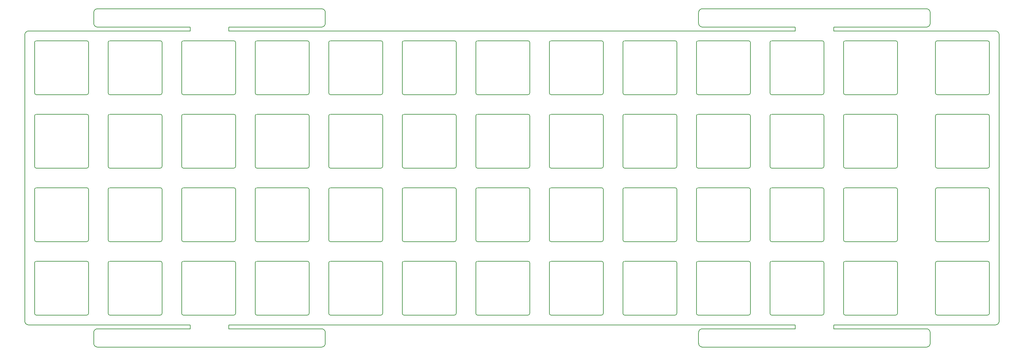
<source format=gbr>
%TF.GenerationSoftware,KiCad,Pcbnew,7.0.1-0*%
%TF.CreationDate,2023-03-31T09:51:36-05:00*%
%TF.ProjectId,plate,706c6174-652e-46b6-9963-61645f706362,rev?*%
%TF.SameCoordinates,Original*%
%TF.FileFunction,Profile,NP*%
%FSLAX46Y46*%
G04 Gerber Fmt 4.6, Leading zero omitted, Abs format (unit mm)*
G04 Created by KiCad (PCBNEW 7.0.1-0) date 2023-03-31 09:51:36*
%MOMM*%
%LPD*%
G01*
G04 APERTURE LIST*
%TA.AperFunction,Profile*%
%ADD10C,0.200000*%
%TD*%
G04 APERTURE END LIST*
D10*
X138325000Y-99750000D02*
X151325000Y-99750000D01*
X151325000Y-99750000D02*
G75*
G03*
X151825000Y-99250000I-1J500001D01*
G01*
X151825000Y-99250000D02*
X151825000Y-86250000D01*
X151825000Y-86250000D02*
G75*
G03*
X151325000Y-85750000I-500001J-1D01*
G01*
X151325000Y-85750000D02*
X138325000Y-85750000D01*
X138325000Y-85750000D02*
G75*
G03*
X137825000Y-86250000I1J-500001D01*
G01*
X137825000Y-86250000D02*
X137825000Y-99250000D01*
X137825000Y-99250000D02*
G75*
G03*
X138325000Y-99750000I500001J1D01*
G01*
X119275000Y-66700000D02*
G75*
G03*
X118775000Y-67200000I1J-500001D01*
G01*
X119275000Y-66700000D02*
X132275000Y-66700000D01*
X132775000Y-67200000D02*
G75*
G03*
X132275000Y-66700000I-500001J-1D01*
G01*
X132775000Y-67200000D02*
X132775000Y-80200000D01*
X132275000Y-80700000D02*
G75*
G03*
X132775000Y-80200000I-1J500001D01*
G01*
X132275000Y-80700000D02*
X119275000Y-80700000D01*
X118775000Y-80200000D02*
G75*
G03*
X119275000Y-80700000I500001J1D01*
G01*
X118775000Y-80200000D02*
X118775000Y-67200000D01*
X81175000Y-118800000D02*
X94175000Y-118800000D01*
X94175000Y-118800000D02*
G75*
G03*
X94675000Y-118300000I-1J500001D01*
G01*
X94675000Y-118300000D02*
X94675000Y-105300000D01*
X94675000Y-105300000D02*
G75*
G03*
X94175000Y-104800000I-500001J-1D01*
G01*
X94175000Y-104800000D02*
X81175000Y-104800000D01*
X81175000Y-104800000D02*
G75*
G03*
X80675000Y-105300000I1J-500001D01*
G01*
X80675000Y-105300000D02*
X80675000Y-118300000D01*
X80675000Y-118300000D02*
G75*
G03*
X81175000Y-118800000I500001J1D01*
G01*
X56575000Y-99250000D02*
X56575000Y-86250000D01*
X56575000Y-86250000D02*
G75*
G03*
X56075000Y-85750000I-500001J-1D01*
G01*
X56075000Y-85750000D02*
X43075000Y-85750000D01*
X43075000Y-85750000D02*
G75*
G03*
X42575000Y-86250000I1J-500001D01*
G01*
X42575000Y-86250000D02*
X42575000Y-99250000D01*
X42575000Y-99250000D02*
G75*
G03*
X43075000Y-99750000I500001J1D01*
G01*
X43075000Y-99750000D02*
X56075000Y-99750000D01*
X56075000Y-99750000D02*
G75*
G03*
X56575000Y-99250000I-1J500001D01*
G01*
X170875000Y-80200000D02*
X170875000Y-67200000D01*
X170875000Y-67200000D02*
G75*
G03*
X170375000Y-66700000I-500001J-1D01*
G01*
X170375000Y-66700000D02*
X157375000Y-66700000D01*
X157375000Y-66700000D02*
G75*
G03*
X156875000Y-67200000I1J-500001D01*
G01*
X156875000Y-67200000D02*
X156875000Y-80200000D01*
X156875000Y-80200000D02*
G75*
G03*
X157375000Y-80700000I500001J1D01*
G01*
X157375000Y-80700000D02*
X170375000Y-80700000D01*
X170375000Y-80700000D02*
G75*
G03*
X170875000Y-80200000I-1J500001D01*
G01*
X62125000Y-85750000D02*
G75*
G03*
X61625000Y-86250000I1J-500001D01*
G01*
X62125000Y-85750000D02*
X75125000Y-85750000D01*
X75625000Y-86250000D02*
G75*
G03*
X75125000Y-85750000I-500001J-1D01*
G01*
X75625000Y-86250000D02*
X75625000Y-99250000D01*
X75125000Y-99750000D02*
G75*
G03*
X75625000Y-99250000I-1J500001D01*
G01*
X75125000Y-99750000D02*
X62125000Y-99750000D01*
X61625000Y-99250000D02*
G75*
G03*
X62125000Y-99750000I500001J1D01*
G01*
X61625000Y-99250000D02*
X61625000Y-86250000D01*
X43075000Y-61650000D02*
X56075000Y-61650000D01*
X56075000Y-61650000D02*
G75*
G03*
X56575000Y-61150000I-1J500001D01*
G01*
X56575000Y-61150000D02*
X56575000Y-48150000D01*
X56575000Y-48150000D02*
G75*
G03*
X56075000Y-47650000I-500001J-1D01*
G01*
X56075000Y-47650000D02*
X43075000Y-47650000D01*
X43075000Y-47650000D02*
G75*
G03*
X42575000Y-48150000I1J-500001D01*
G01*
X42575000Y-48150000D02*
X42575000Y-61150000D01*
X42575000Y-61150000D02*
G75*
G03*
X43075000Y-61650000I500001J1D01*
G01*
X100225000Y-118800000D02*
X113225000Y-118800000D01*
X113225000Y-118800000D02*
G75*
G03*
X113725000Y-118300000I-1J500001D01*
G01*
X113725000Y-118300000D02*
X113725000Y-105300000D01*
X113725000Y-105300000D02*
G75*
G03*
X113225000Y-104800000I-500001J-1D01*
G01*
X113225000Y-104800000D02*
X100225000Y-104800000D01*
X100225000Y-104800000D02*
G75*
G03*
X99725000Y-105300000I1J-500001D01*
G01*
X99725000Y-105300000D02*
X99725000Y-118300000D01*
X99725000Y-118300000D02*
G75*
G03*
X100225000Y-118800000I500001J1D01*
G01*
X119275000Y-99750000D02*
X132275000Y-99750000D01*
X132275000Y-99750000D02*
G75*
G03*
X132775000Y-99250000I-1J500001D01*
G01*
X132775000Y-99250000D02*
X132775000Y-86250000D01*
X132775000Y-86250000D02*
G75*
G03*
X132275000Y-85750000I-500001J-1D01*
G01*
X132275000Y-85750000D02*
X119275000Y-85750000D01*
X119275000Y-85750000D02*
G75*
G03*
X118775000Y-86250000I1J-500001D01*
G01*
X118775000Y-86250000D02*
X118775000Y-99250000D01*
X118775000Y-99250000D02*
G75*
G03*
X119275000Y-99750000I500001J1D01*
G01*
X214525000Y-80700000D02*
X227525000Y-80700000D01*
X227525000Y-80700000D02*
G75*
G03*
X228025000Y-80200000I-1J500001D01*
G01*
X228025000Y-80200000D02*
X228025000Y-67200000D01*
X228025000Y-67200000D02*
G75*
G03*
X227525000Y-66700000I-500001J-1D01*
G01*
X227525000Y-66700000D02*
X214525000Y-66700000D01*
X214525000Y-66700000D02*
G75*
G03*
X214025000Y-67200000I1J-500001D01*
G01*
X214025000Y-67200000D02*
X214025000Y-80200000D01*
X214025000Y-80200000D02*
G75*
G03*
X214525000Y-80700000I500001J1D01*
G01*
X75625000Y-118300000D02*
X75625000Y-105300000D01*
X75625000Y-105300000D02*
G75*
G03*
X75125000Y-104800000I-500001J-1D01*
G01*
X75125000Y-104800000D02*
X62125000Y-104800000D01*
X62125000Y-104800000D02*
G75*
G03*
X61625000Y-105300000I1J-500001D01*
G01*
X61625000Y-105300000D02*
X61625000Y-118300000D01*
X61625000Y-118300000D02*
G75*
G03*
X62125000Y-118800000I500001J1D01*
G01*
X62125000Y-118800000D02*
X75125000Y-118800000D01*
X75125000Y-118800000D02*
G75*
G03*
X75625000Y-118300000I-1J500001D01*
G01*
X157375000Y-118800000D02*
X170375000Y-118800000D01*
X170375000Y-118800000D02*
G75*
G03*
X170875000Y-118300000I-1J500001D01*
G01*
X170875000Y-118300000D02*
X170875000Y-105300000D01*
X170875000Y-105300000D02*
G75*
G03*
X170375000Y-104800000I-500001J-1D01*
G01*
X170375000Y-104800000D02*
X157375000Y-104800000D01*
X157375000Y-104800000D02*
G75*
G03*
X156875000Y-105300000I1J-500001D01*
G01*
X156875000Y-105300000D02*
X156875000Y-118300000D01*
X156875000Y-118300000D02*
G75*
G03*
X157375000Y-118800000I500001J1D01*
G01*
X119275000Y-118800000D02*
X132275000Y-118800000D01*
X132275000Y-118800000D02*
G75*
G03*
X132775000Y-118300000I-1J500001D01*
G01*
X132775000Y-118300000D02*
X132775000Y-105300000D01*
X132775000Y-105300000D02*
G75*
G03*
X132275000Y-104800000I-500001J-1D01*
G01*
X132275000Y-104800000D02*
X119275000Y-104800000D01*
X119275000Y-104800000D02*
G75*
G03*
X118775000Y-105300000I1J-500001D01*
G01*
X118775000Y-105300000D02*
X118775000Y-118300000D01*
X118775000Y-118300000D02*
G75*
G03*
X119275000Y-118800000I500001J1D01*
G01*
X257387500Y-99750000D02*
X270387500Y-99750000D01*
X270387500Y-99750000D02*
G75*
G03*
X270887500Y-99250000I-1J500001D01*
G01*
X270887500Y-99250000D02*
X270887500Y-86250000D01*
X270887500Y-86250000D02*
G75*
G03*
X270387500Y-85750000I-500001J-1D01*
G01*
X270387500Y-85750000D02*
X257387500Y-85750000D01*
X257387500Y-85750000D02*
G75*
G03*
X256887500Y-86250000I1J-500001D01*
G01*
X256887500Y-86250000D02*
X256887500Y-99250000D01*
X256887500Y-99250000D02*
G75*
G03*
X257387500Y-99750000I500001J1D01*
G01*
X233575000Y-99750000D02*
X246575000Y-99750000D01*
X246575000Y-99750000D02*
G75*
G03*
X247075000Y-99250000I-1J500001D01*
G01*
X247075000Y-99250000D02*
X247075000Y-86250000D01*
X247075000Y-86250000D02*
G75*
G03*
X246575000Y-85750000I-500001J-1D01*
G01*
X246575000Y-85750000D02*
X233575000Y-85750000D01*
X233575000Y-85750000D02*
G75*
G03*
X233075000Y-86250000I1J-500001D01*
G01*
X233075000Y-86250000D02*
X233075000Y-99250000D01*
X233075000Y-99250000D02*
G75*
G03*
X233575000Y-99750000I500001J1D01*
G01*
X195475000Y-61650000D02*
X208475000Y-61650000D01*
X208475000Y-61650000D02*
G75*
G03*
X208975000Y-61150000I-1J500001D01*
G01*
X208975000Y-61150000D02*
X208975000Y-48150000D01*
X208975000Y-48150000D02*
G75*
G03*
X208475000Y-47650000I-500001J-1D01*
G01*
X208475000Y-47650000D02*
X195475000Y-47650000D01*
X195475000Y-47650000D02*
G75*
G03*
X194975000Y-48150000I1J-500001D01*
G01*
X194975000Y-48150000D02*
X194975000Y-61150000D01*
X194975000Y-61150000D02*
G75*
G03*
X195475000Y-61650000I500001J1D01*
G01*
X214525000Y-61650000D02*
X227525000Y-61650000D01*
X227525000Y-61650000D02*
G75*
G03*
X228025000Y-61150000I-1J500001D01*
G01*
X228025000Y-61150000D02*
X228025000Y-48150000D01*
X228025000Y-48150000D02*
G75*
G03*
X227525000Y-47650000I-500001J-1D01*
G01*
X227525000Y-47650000D02*
X214525000Y-47650000D01*
X214525000Y-47650000D02*
G75*
G03*
X214025000Y-48150000I1J-500001D01*
G01*
X214025000Y-48150000D02*
X214025000Y-61150000D01*
X214025000Y-61150000D02*
G75*
G03*
X214525000Y-61650000I500001J1D01*
G01*
X257387500Y-61650000D02*
X270387500Y-61650000D01*
X270387500Y-61650000D02*
G75*
G03*
X270887500Y-61150000I-1J500001D01*
G01*
X270887500Y-61150000D02*
X270887500Y-48150000D01*
X270887500Y-48150000D02*
G75*
G03*
X270387500Y-47650000I-500001J-1D01*
G01*
X270387500Y-47650000D02*
X257387500Y-47650000D01*
X257387500Y-47650000D02*
G75*
G03*
X256887500Y-48150000I1J-500001D01*
G01*
X256887500Y-48150000D02*
X256887500Y-61150000D01*
X256887500Y-61150000D02*
G75*
G03*
X257387500Y-61650000I500001J1D01*
G01*
X176425000Y-61650000D02*
X189425000Y-61650000D01*
X189425000Y-61650000D02*
G75*
G03*
X189925000Y-61150000I-1J500001D01*
G01*
X189925000Y-61150000D02*
X189925000Y-48150000D01*
X189925000Y-48150000D02*
G75*
G03*
X189425000Y-47650000I-500001J-1D01*
G01*
X189425000Y-47650000D02*
X176425000Y-47650000D01*
X176425000Y-47650000D02*
G75*
G03*
X175925000Y-48150000I1J-500001D01*
G01*
X175925000Y-48150000D02*
X175925000Y-61150000D01*
X175925000Y-61150000D02*
G75*
G03*
X176425000Y-61650000I500001J1D01*
G01*
X176425000Y-80700000D02*
X189425000Y-80700000D01*
X189425000Y-80700000D02*
G75*
G03*
X189925000Y-80200000I-1J500001D01*
G01*
X189925000Y-80200000D02*
X189925000Y-67200000D01*
X189925000Y-67200000D02*
G75*
G03*
X189425000Y-66700000I-500001J-1D01*
G01*
X189425000Y-66700000D02*
X176425000Y-66700000D01*
X176425000Y-66700000D02*
G75*
G03*
X175925000Y-67200000I1J-500001D01*
G01*
X175925000Y-67200000D02*
X175925000Y-80200000D01*
X175925000Y-80200000D02*
G75*
G03*
X176425000Y-80700000I500001J1D01*
G01*
X138325000Y-118800000D02*
X151325000Y-118800000D01*
X151325000Y-118800000D02*
G75*
G03*
X151825000Y-118300000I-1J500001D01*
G01*
X151825000Y-118300000D02*
X151825000Y-105300000D01*
X151825000Y-105300000D02*
G75*
G03*
X151325000Y-104800000I-500001J-1D01*
G01*
X151325000Y-104800000D02*
X138325000Y-104800000D01*
X138325000Y-104800000D02*
G75*
G03*
X137825000Y-105300000I1J-500001D01*
G01*
X137825000Y-105300000D02*
X137825000Y-118300000D01*
X137825000Y-118300000D02*
G75*
G03*
X138325000Y-118800000I500001J1D01*
G01*
X176425000Y-118800000D02*
X189425000Y-118800000D01*
X189425000Y-118800000D02*
G75*
G03*
X189925000Y-118300000I-1J500001D01*
G01*
X189925000Y-118300000D02*
X189925000Y-105300000D01*
X189925000Y-105300000D02*
G75*
G03*
X189425000Y-104800000I-500001J-1D01*
G01*
X189425000Y-104800000D02*
X176425000Y-104800000D01*
X176425000Y-104800000D02*
G75*
G03*
X175925000Y-105300000I1J-500001D01*
G01*
X175925000Y-105300000D02*
X175925000Y-118300000D01*
X175925000Y-118300000D02*
G75*
G03*
X176425000Y-118800000I500001J1D01*
G01*
X233575000Y-61650000D02*
X246575000Y-61650000D01*
X246575000Y-61650000D02*
G75*
G03*
X247075000Y-61150000I-1J500001D01*
G01*
X247075000Y-61150000D02*
X247075000Y-48150000D01*
X247075000Y-48150000D02*
G75*
G03*
X246575000Y-47650000I-500001J-1D01*
G01*
X246575000Y-47650000D02*
X233575000Y-47650000D01*
X233575000Y-47650000D02*
G75*
G03*
X233075000Y-48150000I1J-500001D01*
G01*
X233075000Y-48150000D02*
X233075000Y-61150000D01*
X233075000Y-61150000D02*
G75*
G03*
X233575000Y-61650000I500001J1D01*
G01*
X214525000Y-99750000D02*
X227525000Y-99750000D01*
X227525000Y-99750000D02*
G75*
G03*
X228025000Y-99250000I-1J500001D01*
G01*
X228025000Y-99250000D02*
X228025000Y-86250000D01*
X228025000Y-86250000D02*
G75*
G03*
X227525000Y-85750000I-500001J-1D01*
G01*
X227525000Y-85750000D02*
X214525000Y-85750000D01*
X214525000Y-85750000D02*
G75*
G03*
X214025000Y-86250000I1J-500001D01*
G01*
X214025000Y-86250000D02*
X214025000Y-99250000D01*
X214025000Y-99250000D02*
G75*
G03*
X214525000Y-99750000I500001J1D01*
G01*
X157375000Y-85750000D02*
G75*
G03*
X156875000Y-86250000I1J-500001D01*
G01*
X157375000Y-85750000D02*
X170375000Y-85750000D01*
X170875000Y-86250000D02*
G75*
G03*
X170375000Y-85750000I-500001J-1D01*
G01*
X170875000Y-86250000D02*
X170875000Y-99250000D01*
X170375000Y-99750000D02*
G75*
G03*
X170875000Y-99250000I-1J500001D01*
G01*
X170375000Y-99750000D02*
X157375000Y-99750000D01*
X156875000Y-99250000D02*
G75*
G03*
X157375000Y-99750000I500001J1D01*
G01*
X156875000Y-99250000D02*
X156875000Y-86250000D01*
X24025000Y-118800000D02*
X37025000Y-118800000D01*
X37025000Y-118800000D02*
G75*
G03*
X37525000Y-118300000I-1J500001D01*
G01*
X37525000Y-118300000D02*
X37525000Y-105300000D01*
X37525000Y-105300000D02*
G75*
G03*
X37025000Y-104800000I-500001J-1D01*
G01*
X37025000Y-104800000D02*
X24025000Y-104800000D01*
X24025000Y-104800000D02*
G75*
G03*
X23525000Y-105300000I1J-500001D01*
G01*
X23525000Y-105300000D02*
X23525000Y-118300000D01*
X23525000Y-118300000D02*
G75*
G03*
X24025000Y-118800000I500001J1D01*
G01*
X233575000Y-118800000D02*
X246575000Y-118800000D01*
X246575000Y-118800000D02*
G75*
G03*
X247075000Y-118300000I-1J500001D01*
G01*
X247075000Y-118300000D02*
X247075000Y-105300000D01*
X247075000Y-105300000D02*
G75*
G03*
X246575000Y-104800000I-500001J-1D01*
G01*
X246575000Y-104800000D02*
X233575000Y-104800000D01*
X233575000Y-104800000D02*
G75*
G03*
X233075000Y-105300000I1J-500001D01*
G01*
X233075000Y-105300000D02*
X233075000Y-118300000D01*
X233075000Y-118300000D02*
G75*
G03*
X233575000Y-118800000I500001J1D01*
G01*
X195475000Y-99750000D02*
X208475000Y-99750000D01*
X208475000Y-99750000D02*
G75*
G03*
X208975000Y-99250000I-1J500001D01*
G01*
X208975000Y-99250000D02*
X208975000Y-86250000D01*
X208975000Y-86250000D02*
G75*
G03*
X208475000Y-85750000I-500001J-1D01*
G01*
X208475000Y-85750000D02*
X195475000Y-85750000D01*
X195475000Y-85750000D02*
G75*
G03*
X194975000Y-86250000I1J-500001D01*
G01*
X194975000Y-86250000D02*
X194975000Y-99250000D01*
X194975000Y-99250000D02*
G75*
G03*
X195475000Y-99750000I500001J1D01*
G01*
X257387500Y-80700000D02*
X270387500Y-80700000D01*
X270387500Y-80700000D02*
G75*
G03*
X270887500Y-80200000I-1J500001D01*
G01*
X270887500Y-80200000D02*
X270887500Y-67200000D01*
X270887500Y-67200000D02*
G75*
G03*
X270387500Y-66700000I-500001J-1D01*
G01*
X270387500Y-66700000D02*
X257387500Y-66700000D01*
X257387500Y-66700000D02*
G75*
G03*
X256887500Y-67200000I1J-500001D01*
G01*
X256887500Y-67200000D02*
X256887500Y-80200000D01*
X256887500Y-80200000D02*
G75*
G03*
X257387500Y-80700000I500001J1D01*
G01*
X81175000Y-80700000D02*
X94175000Y-80700000D01*
X94175000Y-80700000D02*
G75*
G03*
X94675000Y-80200000I-1J500001D01*
G01*
X94675000Y-80200000D02*
X94675000Y-67200000D01*
X94675000Y-67200000D02*
G75*
G03*
X94175000Y-66700000I-500001J-1D01*
G01*
X94175000Y-66700000D02*
X81175000Y-66700000D01*
X81175000Y-66700000D02*
G75*
G03*
X80675000Y-67200000I1J-500001D01*
G01*
X80675000Y-67200000D02*
X80675000Y-80200000D01*
X80675000Y-80200000D02*
G75*
G03*
X81175000Y-80700000I500001J1D01*
G01*
X100225000Y-80700000D02*
X113225000Y-80700000D01*
X113225000Y-80700000D02*
G75*
G03*
X113725000Y-80200000I-1J500001D01*
G01*
X113725000Y-80200000D02*
X113725000Y-67200000D01*
X113725000Y-67200000D02*
G75*
G03*
X113225000Y-66700000I-500001J-1D01*
G01*
X113225000Y-66700000D02*
X100225000Y-66700000D01*
X100225000Y-66700000D02*
G75*
G03*
X99725000Y-67200000I1J-500001D01*
G01*
X99725000Y-67200000D02*
X99725000Y-80200000D01*
X99725000Y-80200000D02*
G75*
G03*
X100225000Y-80700000I500001J1D01*
G01*
X24025000Y-99750000D02*
X37025000Y-99750000D01*
X37025000Y-99750000D02*
G75*
G03*
X37525000Y-99250000I-1J500001D01*
G01*
X37525000Y-99250000D02*
X37525000Y-86250000D01*
X37525000Y-86250000D02*
G75*
G03*
X37025000Y-85750000I-500001J-1D01*
G01*
X37025000Y-85750000D02*
X24025000Y-85750000D01*
X24025000Y-85750000D02*
G75*
G03*
X23525000Y-86250000I1J-500001D01*
G01*
X23525000Y-86250000D02*
X23525000Y-99250000D01*
X23525000Y-99250000D02*
G75*
G03*
X24025000Y-99750000I500001J1D01*
G01*
X233575000Y-80700000D02*
X246575000Y-80700000D01*
X246575000Y-80700000D02*
G75*
G03*
X247075000Y-80200000I-1J500001D01*
G01*
X247075000Y-80200000D02*
X247075000Y-67200000D01*
X247075000Y-67200000D02*
G75*
G03*
X246575000Y-66700000I-500001J-1D01*
G01*
X246575000Y-66700000D02*
X233575000Y-66700000D01*
X233575000Y-66700000D02*
G75*
G03*
X233075000Y-67200000I1J-500001D01*
G01*
X233075000Y-67200000D02*
X233075000Y-80200000D01*
X233075000Y-80200000D02*
G75*
G03*
X233575000Y-80700000I500001J1D01*
G01*
X195475000Y-118800000D02*
X208475000Y-118800000D01*
X208475000Y-118800000D02*
G75*
G03*
X208975000Y-118300000I-1J500001D01*
G01*
X208975000Y-118300000D02*
X208975000Y-105300000D01*
X208975000Y-105300000D02*
G75*
G03*
X208475000Y-104800000I-500001J-1D01*
G01*
X208475000Y-104800000D02*
X195475000Y-104800000D01*
X195475000Y-104800000D02*
G75*
G03*
X194975000Y-105300000I1J-500001D01*
G01*
X194975000Y-105300000D02*
X194975000Y-118300000D01*
X194975000Y-118300000D02*
G75*
G03*
X195475000Y-118800000I500001J1D01*
G01*
X208975000Y-80200000D02*
X208975000Y-67200000D01*
X208975000Y-67200000D02*
G75*
G03*
X208475000Y-66700000I-500001J-1D01*
G01*
X208475000Y-66700000D02*
X195475000Y-66700000D01*
X195475000Y-66700000D02*
G75*
G03*
X194975000Y-67200000I1J-500001D01*
G01*
X194975000Y-67200000D02*
X194975000Y-80200000D01*
X194975000Y-80200000D02*
G75*
G03*
X195475000Y-80700000I500001J1D01*
G01*
X195475000Y-80700000D02*
X208475000Y-80700000D01*
X208475000Y-80700000D02*
G75*
G03*
X208975000Y-80200000I-1J500001D01*
G01*
X81175000Y-99750000D02*
X94175000Y-99750000D01*
X94175000Y-99750000D02*
G75*
G03*
X94675000Y-99250000I-1J500001D01*
G01*
X94675000Y-99250000D02*
X94675000Y-86250000D01*
X94675000Y-86250000D02*
G75*
G03*
X94175000Y-85750000I-500001J-1D01*
G01*
X94175000Y-85750000D02*
X81175000Y-85750000D01*
X81175000Y-85750000D02*
G75*
G03*
X80675000Y-86250000I1J-500001D01*
G01*
X80675000Y-86250000D02*
X80675000Y-99250000D01*
X80675000Y-99250000D02*
G75*
G03*
X81175000Y-99750000I500001J1D01*
G01*
X138325000Y-61650000D02*
X151325000Y-61650000D01*
X151325000Y-61650000D02*
G75*
G03*
X151825000Y-61150000I-1J500001D01*
G01*
X151825000Y-61150000D02*
X151825000Y-48150000D01*
X151825000Y-48150000D02*
G75*
G03*
X151325000Y-47650000I-500001J-1D01*
G01*
X151325000Y-47650000D02*
X138325000Y-47650000D01*
X138325000Y-47650000D02*
G75*
G03*
X137825000Y-48150000I1J-500001D01*
G01*
X137825000Y-48150000D02*
X137825000Y-61150000D01*
X137825000Y-61150000D02*
G75*
G03*
X138325000Y-61650000I500001J1D01*
G01*
X24025000Y-66700000D02*
G75*
G03*
X23525000Y-67200000I1J-500001D01*
G01*
X24025000Y-66700000D02*
X37025000Y-66700000D01*
X37525000Y-67200000D02*
G75*
G03*
X37025000Y-66700000I-500001J-1D01*
G01*
X37525000Y-67200000D02*
X37525000Y-80200000D01*
X37025000Y-80700000D02*
G75*
G03*
X37525000Y-80200000I-1J500001D01*
G01*
X37025000Y-80700000D02*
X24025000Y-80700000D01*
X23525000Y-80200000D02*
G75*
G03*
X24025000Y-80700000I500001J1D01*
G01*
X23525000Y-80200000D02*
X23525000Y-67200000D01*
X62125000Y-61650000D02*
X75125000Y-61650000D01*
X75125000Y-61650000D02*
G75*
G03*
X75625000Y-61150000I-1J500001D01*
G01*
X75625000Y-61150000D02*
X75625000Y-48150000D01*
X75625000Y-48150000D02*
G75*
G03*
X75125000Y-47650000I-500001J-1D01*
G01*
X75125000Y-47650000D02*
X62125000Y-47650000D01*
X62125000Y-47650000D02*
G75*
G03*
X61625000Y-48150000I1J-500001D01*
G01*
X61625000Y-48150000D02*
X61625000Y-61150000D01*
X61625000Y-61150000D02*
G75*
G03*
X62125000Y-61650000I500001J1D01*
G01*
X119275000Y-61650000D02*
X132275000Y-61650000D01*
X132275000Y-61650000D02*
G75*
G03*
X132775000Y-61150000I-1J500001D01*
G01*
X132775000Y-61150000D02*
X132775000Y-48150000D01*
X132775000Y-48150000D02*
G75*
G03*
X132275000Y-47650000I-500001J-1D01*
G01*
X132275000Y-47650000D02*
X119275000Y-47650000D01*
X119275000Y-47650000D02*
G75*
G03*
X118775000Y-48150000I1J-500001D01*
G01*
X118775000Y-48150000D02*
X118775000Y-61150000D01*
X118775000Y-61150000D02*
G75*
G03*
X119275000Y-61650000I500001J1D01*
G01*
X24025000Y-47650000D02*
G75*
G03*
X23525000Y-48150000I1J-500001D01*
G01*
X24025000Y-47650000D02*
X37025000Y-47650000D01*
X37525000Y-48150000D02*
G75*
G03*
X37025000Y-47650000I-500001J-1D01*
G01*
X37525000Y-48150000D02*
X37525000Y-61150000D01*
X37025000Y-61650000D02*
G75*
G03*
X37525000Y-61150000I-1J500001D01*
G01*
X37025000Y-61650000D02*
X24025000Y-61650000D01*
X23525000Y-61150000D02*
G75*
G03*
X24025000Y-61650000I500001J1D01*
G01*
X23525000Y-61150000D02*
X23525000Y-48150000D01*
X157375000Y-47650000D02*
G75*
G03*
X156875000Y-48150000I1J-500001D01*
G01*
X157375000Y-47650000D02*
X170375000Y-47650000D01*
X170875000Y-48150000D02*
G75*
G03*
X170375000Y-47650000I-500001J-1D01*
G01*
X170875000Y-48150000D02*
X170875000Y-61150000D01*
X170375000Y-61650000D02*
G75*
G03*
X170875000Y-61150000I-1J500001D01*
G01*
X170375000Y-61650000D02*
X157375000Y-61650000D01*
X156875000Y-61150000D02*
G75*
G03*
X157375000Y-61650000I500001J1D01*
G01*
X156875000Y-61150000D02*
X156875000Y-48150000D01*
X43075000Y-80700000D02*
X56075000Y-80700000D01*
X56075000Y-80700000D02*
G75*
G03*
X56575000Y-80200000I-1J500001D01*
G01*
X56575000Y-80200000D02*
X56575000Y-67200000D01*
X56575000Y-67200000D02*
G75*
G03*
X56075000Y-66700000I-500001J-1D01*
G01*
X56075000Y-66700000D02*
X43075000Y-66700000D01*
X43075000Y-66700000D02*
G75*
G03*
X42575000Y-67200000I1J-500001D01*
G01*
X42575000Y-67200000D02*
X42575000Y-80200000D01*
X42575000Y-80200000D02*
G75*
G03*
X43075000Y-80700000I500001J1D01*
G01*
X100225000Y-61650000D02*
X113225000Y-61650000D01*
X113225000Y-61650000D02*
G75*
G03*
X113725000Y-61150000I-1J500001D01*
G01*
X113725000Y-61150000D02*
X113725000Y-48150000D01*
X113725000Y-48150000D02*
G75*
G03*
X113225000Y-47650000I-500001J-1D01*
G01*
X113225000Y-47650000D02*
X100225000Y-47650000D01*
X100225000Y-47650000D02*
G75*
G03*
X99725000Y-48150000I1J-500001D01*
G01*
X99725000Y-48150000D02*
X99725000Y-61150000D01*
X99725000Y-61150000D02*
G75*
G03*
X100225000Y-61650000I500001J1D01*
G01*
X81175000Y-61650000D02*
X94175000Y-61650000D01*
X94175000Y-61650000D02*
G75*
G03*
X94675000Y-61150000I-1J500001D01*
G01*
X94675000Y-61150000D02*
X94675000Y-48150000D01*
X94675000Y-48150000D02*
G75*
G03*
X94175000Y-47650000I-500001J-1D01*
G01*
X94175000Y-47650000D02*
X81175000Y-47650000D01*
X81175000Y-47650000D02*
G75*
G03*
X80675000Y-48150000I1J-500001D01*
G01*
X80675000Y-48150000D02*
X80675000Y-61150000D01*
X80675000Y-61150000D02*
G75*
G03*
X81175000Y-61650000I500001J1D01*
G01*
X62125000Y-80700000D02*
X75125000Y-80700000D01*
X75125000Y-80700000D02*
G75*
G03*
X75625000Y-80200000I-1J500001D01*
G01*
X75625000Y-80200000D02*
X75625000Y-67200000D01*
X75625000Y-67200000D02*
G75*
G03*
X75125000Y-66700000I-500001J-1D01*
G01*
X75125000Y-66700000D02*
X62125000Y-66700000D01*
X62125000Y-66700000D02*
G75*
G03*
X61625000Y-67200000I1J-500001D01*
G01*
X61625000Y-67200000D02*
X61625000Y-80200000D01*
X61625000Y-80200000D02*
G75*
G03*
X62125000Y-80700000I500001J1D01*
G01*
X100225000Y-99750000D02*
X113225000Y-99750000D01*
X113225000Y-99750000D02*
G75*
G03*
X113725000Y-99250000I-1J500001D01*
G01*
X113725000Y-99250000D02*
X113725000Y-86250000D01*
X113725000Y-86250000D02*
G75*
G03*
X113225000Y-85750000I-500001J-1D01*
G01*
X113225000Y-85750000D02*
X100225000Y-85750000D01*
X100225000Y-85750000D02*
G75*
G03*
X99725000Y-86250000I1J-500001D01*
G01*
X99725000Y-86250000D02*
X99725000Y-99250000D01*
X99725000Y-99250000D02*
G75*
G03*
X100225000Y-99750000I500001J1D01*
G01*
X43075000Y-118800000D02*
X56075000Y-118800000D01*
X56075000Y-118800000D02*
G75*
G03*
X56575000Y-118300000I-1J500001D01*
G01*
X56575000Y-118300000D02*
X56575000Y-105300000D01*
X56575000Y-105300000D02*
G75*
G03*
X56075000Y-104800000I-500001J-1D01*
G01*
X56075000Y-104800000D02*
X43075000Y-104800000D01*
X43075000Y-104800000D02*
G75*
G03*
X42575000Y-105300000I1J-500001D01*
G01*
X42575000Y-105300000D02*
X42575000Y-118300000D01*
X42575000Y-118300000D02*
G75*
G03*
X43075000Y-118800000I500001J1D01*
G01*
X176425000Y-99750000D02*
X189425000Y-99750000D01*
X189425000Y-99750000D02*
G75*
G03*
X189925000Y-99250000I-1J500001D01*
G01*
X189925000Y-99250000D02*
X189925000Y-86250000D01*
X189925000Y-86250000D02*
G75*
G03*
X189425000Y-85750000I-500001J-1D01*
G01*
X189425000Y-85750000D02*
X176425000Y-85750000D01*
X176425000Y-85750000D02*
G75*
G03*
X175925000Y-86250000I1J-500001D01*
G01*
X175925000Y-86250000D02*
X175925000Y-99250000D01*
X175925000Y-99250000D02*
G75*
G03*
X176425000Y-99750000I500001J1D01*
G01*
X138325000Y-80700000D02*
X151325000Y-80700000D01*
X151325000Y-80700000D02*
G75*
G03*
X151825000Y-80200000I-1J500001D01*
G01*
X151825000Y-80200000D02*
X151825000Y-67200000D01*
X151825000Y-67200000D02*
G75*
G03*
X151325000Y-66700000I-500001J-1D01*
G01*
X151325000Y-66700000D02*
X138325000Y-66700000D01*
X138325000Y-66700000D02*
G75*
G03*
X137825000Y-67200000I1J-500001D01*
G01*
X137825000Y-67200000D02*
X137825000Y-80200000D01*
X137825000Y-80200000D02*
G75*
G03*
X138325000Y-80700000I500001J1D01*
G01*
X214525000Y-118800000D02*
X227525000Y-118800000D01*
X227525000Y-118800000D02*
G75*
G03*
X228025000Y-118300000I-1J500001D01*
G01*
X228025000Y-118300000D02*
X228025000Y-105300000D01*
X228025000Y-105300000D02*
G75*
G03*
X227525000Y-104800000I-500001J-1D01*
G01*
X227525000Y-104800000D02*
X214525000Y-104800000D01*
X214525000Y-104800000D02*
G75*
G03*
X214025000Y-105300000I1J-500001D01*
G01*
X214025000Y-105300000D02*
X214025000Y-118300000D01*
X214025000Y-118300000D02*
G75*
G03*
X214525000Y-118800000I500001J1D01*
G01*
X257387500Y-104800000D02*
G75*
G03*
X256887500Y-105300000I1J-500001D01*
G01*
X257387500Y-104800000D02*
X270387500Y-104800000D01*
X270887500Y-105300000D02*
G75*
G03*
X270387500Y-104800000I-500001J-1D01*
G01*
X270887500Y-105300000D02*
X270887500Y-118300000D01*
X270387500Y-118800000D02*
G75*
G03*
X270887500Y-118300000I-1J500001D01*
G01*
X270387500Y-118800000D02*
X257387500Y-118800000D01*
X256887500Y-118300000D02*
G75*
G03*
X257387500Y-118800000I500001J1D01*
G01*
X256887500Y-118300000D02*
X256887500Y-105300000D01*
X97859375Y-39362500D02*
X39859375Y-39362500D01*
X39859375Y-39362500D02*
G75*
G03*
X38859375Y-40362500I-1J-999999D01*
G01*
X38859375Y-40362500D02*
X38859375Y-43125000D01*
X38859375Y-43125000D02*
G75*
G03*
X39859375Y-44125000I999999J-1D01*
G01*
X39859375Y-44125000D02*
X63859375Y-44125000D01*
X63859375Y-44125000D02*
X63859375Y-45125000D01*
X63859375Y-45125000D02*
X22000000Y-45125000D01*
X22000000Y-45125000D02*
G75*
G03*
X21000000Y-46125000I-1J-999999D01*
G01*
X21000000Y-46125000D02*
X21000000Y-120325000D01*
X21000000Y-120325000D02*
G75*
G03*
X22000000Y-121325000I999999J-1D01*
G01*
X22000000Y-121325000D02*
X63859375Y-121325000D01*
X63859375Y-121325000D02*
X63859375Y-122325000D01*
X63859375Y-122325000D02*
X39859375Y-122325000D01*
X39859375Y-122325000D02*
G75*
G03*
X38859375Y-123325000I-1J-999999D01*
G01*
X38859375Y-123325000D02*
X38859375Y-126087500D01*
X38859375Y-126087500D02*
G75*
G03*
X39859375Y-127087500I999999J-1D01*
G01*
X39859375Y-127087500D02*
X97859375Y-127087500D01*
X97859375Y-127087500D02*
G75*
G03*
X98859375Y-126087500I1J999999D01*
G01*
X98859375Y-126087500D02*
X98859375Y-123325000D01*
X98859375Y-123325000D02*
G75*
G03*
X97859375Y-122325000I-999999J1D01*
G01*
X97859375Y-122325000D02*
X73859375Y-122325000D01*
X73859375Y-122325000D02*
X73859375Y-121325000D01*
X73859375Y-121325000D02*
X220553125Y-121325000D01*
X220553125Y-121325000D02*
X220553125Y-122325000D01*
X220553125Y-122325000D02*
X196553125Y-122325000D01*
X196553125Y-122325000D02*
G75*
G03*
X195553125Y-123325000I-1J-999999D01*
G01*
X195553125Y-123325000D02*
X195553125Y-126087500D01*
X195553125Y-126087500D02*
G75*
G03*
X196553125Y-127087500I999999J-1D01*
G01*
X196553125Y-127087500D02*
X254553125Y-127087500D01*
X254553125Y-127087500D02*
G75*
G03*
X255553125Y-126087500I1J999999D01*
G01*
X255553125Y-126087500D02*
X255553125Y-123325000D01*
X255553125Y-123325000D02*
G75*
G03*
X254553125Y-122325000I-999999J1D01*
G01*
X254553125Y-122325000D02*
X230553125Y-122325000D01*
X230553125Y-122325000D02*
X230553125Y-121325000D01*
X230553125Y-121325000D02*
X272412500Y-121325000D01*
X272412500Y-121325000D02*
G75*
G03*
X273412500Y-120325000I1J999999D01*
G01*
X273412500Y-120325000D02*
X273412500Y-46125000D01*
X273412500Y-46125000D02*
G75*
G03*
X272412500Y-45125000I-999999J1D01*
G01*
X272412500Y-45125000D02*
X230553125Y-45125000D01*
X230553125Y-45125000D02*
X230553125Y-44125000D01*
X230553125Y-44125000D02*
X254553125Y-44125000D01*
X254553125Y-44125000D02*
G75*
G03*
X255553125Y-43125000I1J999999D01*
G01*
X255553125Y-43125000D02*
X255553125Y-40362500D01*
X255553125Y-40362500D02*
G75*
G03*
X254553125Y-39362500I-999999J1D01*
G01*
X254553125Y-39362500D02*
X196553125Y-39362500D01*
X196553125Y-39362500D02*
G75*
G03*
X195553125Y-40362500I-1J-999999D01*
G01*
X195553125Y-40362500D02*
X195553125Y-43125000D01*
X195553125Y-43125000D02*
G75*
G03*
X196553125Y-44125000I999999J-1D01*
G01*
X196553125Y-44125000D02*
X220553125Y-44125000D01*
X220553125Y-44125000D02*
X220553125Y-45125000D01*
X220553125Y-45125000D02*
X73859375Y-45125000D01*
X73859375Y-45125000D02*
X73859375Y-44125000D01*
X73859375Y-44125000D02*
X97859375Y-44125000D01*
X97859375Y-44125000D02*
G75*
G03*
X98859375Y-43125000I1J999999D01*
G01*
X98859375Y-43125000D02*
X98859375Y-40362500D01*
X98859375Y-40362500D02*
G75*
G03*
X97859375Y-39362500I-999999J1D01*
G01*
M02*

</source>
